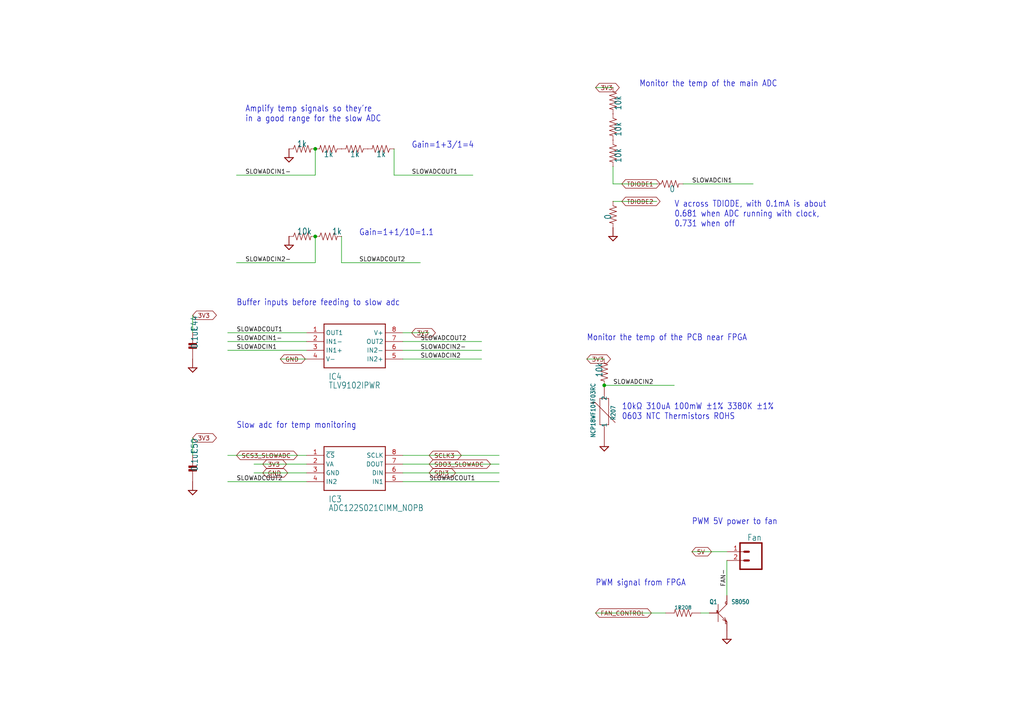
<source format=kicad_sch>
(kicad_sch (version 20250114) (generator "eeschema") (generator_version "9.0")
  (paper "A4")
  (lib_symbols
    (symbol "haasoscope_pro_adc_fpga_board-eagle-import:ADC122S021CIMM_NOPB"
      (property "Reference" "IC" (at 24.13 7.62 0))
      (symbol "ADC122S021CIMM_NOPB_1_0"
        (polyline (pts (xy 5.08 2.54) (xy 5.08 -10.16)) (stroke (width 0.254)))
        (polyline (pts (xy 5.08 2.54) (xy 22.86 2.54)) (stroke (width 0.254)))
        (polyline (pts (xy 22.86 -10.16) (xy 5.08 -10.16)) (stroke (width 0.254)))
        (polyline (pts (xy 22.86 -10.16) (xy 22.86 2.54)) (stroke (width 0.254)))
        (pin input line (at 0 0 0) (length 5.08) (name "~{CS}") (number "1"))
        (pin bidirectional line (at 0 -2.54 0) (length 5.08) (name "VA") (number "2"))
        (pin power_in line (at 0 -5.08 0) (length 5.08) (name "GND") (number "3"))
        (pin input line (at 0 -7.62 0) (length 5.08) (name "IN2") (number "4"))
        (pin input line (at 27.94 0 180) (length 5.08) (name "SCLK") (number "8"))
        (pin output line (at 27.94 -2.54 180) (length 5.08) (name "DOUT") (number "7"))
        (pin input line (at 27.94 -5.08 180) (length 5.08) (name "DIN") (number "6"))
        (pin input line (at 27.94 -7.62 180) (length 5.08) (name "IN1") (number "5"))
      )
    )
    (symbol "haasoscope_pro_adc_fpga_board-eagle-import:CAPACITOR0402_CAP"
      (property "Reference" "C" (at -1.27 -1.27 90))
      (symbol "CAPACITOR0402_CAP_1_0"
        (rectangle (start -1.143 -1.016) (end 1.143 -0.508) (fill (type outline)))
        (rectangle (start -1.143 -2.032) (end 1.143 -1.524) (fill (type outline)))
        (polyline (pts (xy 0 2.54) (xy 0 -0.508)) (stroke (width 0.1524)))
        (polyline (pts (xy 0 -5.08) (xy 0 -1.778)) (stroke (width 0.1524)))
        (pin bidirectional line (at 0 2.54 270) (length 0) (name "1") (number "1"))
        (pin bidirectional line (at 0 -5.08 90) (length 0) (name "2") (number "2"))
      )
    )
    (symbol "haasoscope_pro_adc_fpga_board-eagle-import:M02PTH"
      (property "Reference" "J" (at -2.54 5.842 0))
      (symbol "M02PTH_1_0"
        (polyline (pts (xy -2.54 5.08) (xy -2.54 -2.54)) (stroke (width 0.4064)))
        (polyline (pts (xy -2.54 5.08) (xy 3.81 5.08)) (stroke (width 0.4064)))
        (polyline (pts (xy 1.27 2.54) (xy 2.54 2.54)) (stroke (width 0.6096)))
        (polyline (pts (xy 1.27 0) (xy 2.54 0)) (stroke (width 0.6096)))
        (polyline (pts (xy 3.81 -2.54) (xy -2.54 -2.54)) (stroke (width 0.4064)))
        (polyline (pts (xy 3.81 -2.54) (xy 3.81 5.08)) (stroke (width 0.4064)))
        (pin passive line (at 7.62 2.54 180) (length 5.08) (name "2") (number "2"))
        (pin passive line (at 7.62 0 180) (length 5.08) (name "1") (number "1"))
      )
    )
    (symbol "haasoscope_pro_adc_fpga_board-eagle-import:MF_Passives_RESISTOR_0402"
      (property "Reference" "R" (at 2.54 1.524 0))
      (symbol "MF_Passives_RESISTOR_0402_1_0"
        (polyline (pts (xy -1.016 1.524) (xy 1.016 0.889)) (stroke (width 0.1524)))
        (polyline (pts (xy -1.016 0.254) (xy 1.016 -0.381)) (stroke (width 0.1524)))
        (polyline (pts (xy -1.016 -1.016) (xy 1.016 -1.651)) (stroke (width 0.1524)))
        (polyline (pts (xy -1.016 -2.286) (xy 0 -2.54)) (stroke (width 0.1524)))
        (polyline (pts (xy 0 2.54) (xy 1.016 2.159)) (stroke (width 0.1524)))
        (polyline (pts (xy 1.016 2.159) (xy -1.016 1.524)) (stroke (width 0.1524)))
        (polyline (pts (xy 1.016 0.889) (xy -1.016 0.254)) (stroke (width 0.1524)))
        (polyline (pts (xy 1.016 -0.381) (xy -1.016 -1.016)) (stroke (width 0.1524)))
        (polyline (pts (xy 1.016 -1.651) (xy -1.016 -2.286)) (stroke (width 0.1524)))
        (pin passive line (at 0 5.08 270) (length 2.54) (name "P$1") (number "P$1"))
        (pin passive line (at 0 -5.08 90) (length 2.54) (name "P$2") (number "P$2"))
      )
    )
    (symbol "haasoscope_pro_adc_fpga_board-eagle-import:RESISTOR0402_RES"
      (property "Reference" "R" (at -3.81 1.4986 0))
      (symbol "RESISTOR0402_RES_1_0"
        (polyline (pts (xy -5.08 0) (xy -3.81 0)) (stroke (width 0.127)))
        (polyline (pts (xy -3.81 0) (xy -3.429 1.016)) (stroke (width 0.1524)))
        (polyline (pts (xy -3.429 1.016) (xy -2.794 -1.016)) (stroke (width 0.1524)))
        (polyline (pts (xy -2.794 -1.016) (xy -2.159 1.016)) (stroke (width 0.1524)))
        (polyline (pts (xy -2.159 1.016) (xy -1.524 -1.016)) (stroke (width 0.1524)))
        (polyline (pts (xy -1.524 -1.016) (xy -0.889 1.016)) (stroke (width 0.1524)))
        (polyline (pts (xy -0.889 1.016) (xy -0.254 -1.016)) (stroke (width 0.1524)))
        (polyline (pts (xy -0.254 -1.016) (xy 0.381 1.016)) (stroke (width 0.1524)))
        (polyline (pts (xy 0.381 1.016) (xy 1.016 -1.016)) (stroke (width 0.1524)))
        (polyline (pts (xy 1.016 -1.016) (xy 1.27 0)) (stroke (width 0.1524)))
        (polyline (pts (xy 2.54 0) (xy 1.27 0)) (stroke (width 0.127)))
        (pin passive line (at -5.08 0 0) (length 0) (name "1") (number "1"))
        (pin passive line (at 2.54 0 180) (length 0) (name "2") (number "2"))
      )
    )
    (symbol "haasoscope_pro_adc_fpga_board-eagle-import:SMD-TRANSISTORS-NPN-25V-500MW-S8050(SOT-23)"
      (property "Reference" "Q" (at -2.54 2.54 0))
      (symbol "SMD-TRANSISTORS-NPN-25V-500MW-S8050(SOT-23)_1_0"
        (polyline (pts (xy 0 0) (xy 0 2.54)) (stroke (width 0.1524)))
        (polyline (pts (xy 0 0) (xy 2.54 2.54)) (stroke (width 0.1524)))
        (polyline (pts (xy 0 0) (xy 2.54 -2.54)) (stroke (width 0.1524)))
        (polyline (pts (xy 0 -2.54) (xy 0 0)) (stroke (width 0.1524)))
        (polyline (pts (xy 2.54 -2.54) (xy 1.27 -1.905)) (stroke (width 0.1524)))
        (polyline (pts (xy 2.54 -2.54) (xy 1.905 -1.27)) (stroke (width 0.1524)))
        (text "B" (at -0.635 0 0) (effects (font (size 0.635 0.5397)) (justify left bottom)))
        (text "C" (at 1.905 2.54 0) (effects (font (size 0.635 0.5397)) (justify left bottom)))
        (text "E" (at 1.905 -3.175 0) (effects (font (size 0.635 0.5397)) (justify left bottom)))
        (pin passive line (at -2.54 0 0) (length 2.54) (name "B") (number "1"))
        (pin passive line (at 2.54 5.08 270) (length 2.54) (name "C") (number "3"))
        (pin passive line (at 2.54 -5.08 90) (length 2.54) (name "E") (number "2"))
      )
    )
    (symbol "haasoscope_pro_adc_fpga_board-eagle-import:THERMISTOR-RES-NTC-100K(0603)"
      (property "Reference" "R" (at -6.35 2.54 0))
      (symbol "THERMISTOR-RES-NTC-100K(0603)_1_0"
        (polyline (pts (xy -5.08 0) (xy -3.81 0)) (stroke (width 0.1524)))
        (polyline (pts (xy -3.81 1.27) (xy 3.81 1.27)) (stroke (width 0.1524)))
        (polyline (pts (xy -3.81 0) (xy -3.81 1.27)) (stroke (width 0.1524)))
        (polyline (pts (xy -3.81 -1.27) (xy -3.81 0)) (stroke (width 0.1524)))
        (polyline (pts (xy 2.54 3.81) (xy 2.54 2.54)) (stroke (width 0.1524)))
        (polyline (pts (xy 2.54 2.54) (xy -3.175 -3.175)) (stroke (width 0.1524)))
        (polyline (pts (xy 3.81 1.27) (xy 3.81 0)) (stroke (width 0.1524)))
        (polyline (pts (xy 3.81 0) (xy 3.81 -1.27)) (stroke (width 0.1524)))
        (polyline (pts (xy 3.81 -1.27) (xy -3.81 -1.27)) (stroke (width 0.1524)))
        (polyline (pts (xy 5.08 0) (xy 3.81 0)) (stroke (width 0.1524)))
        (pin bidirectional line (at -7.62 0 0) (length 2.54) (name "1") (number "1"))
        (pin bidirectional line (at 7.62 0 180) (length 2.54) (name "2") (number "2"))
      )
    )
    (symbol "haasoscope_pro_adc_fpga_board-eagle-import:TLV9102IPWR"
      (property "Reference" "IC" (at 24.13 7.62 0))
      (symbol "TLV9102IPWR_1_0"
        (polyline (pts (xy 5.08 2.54) (xy 5.08 -10.16)) (stroke (width 0.254)))
        (polyline (pts (xy 5.08 2.54) (xy 22.86 2.54)) (stroke (width 0.254)))
        (polyline (pts (xy 22.86 -10.16) (xy 5.08 -10.16)) (stroke (width 0.254)))
        (polyline (pts (xy 22.86 -10.16) (xy 22.86 2.54)) (stroke (width 0.254)))
        (pin bidirectional line (at 0 0 0) (length 5.08) (name "OUT1") (number "1"))
        (pin bidirectional line (at 0 -2.54 0) (length 5.08) (name "IN1-") (number "2"))
        (pin bidirectional line (at 0 -5.08 0) (length 5.08) (name "IN1+") (number "3"))
        (pin bidirectional line (at 0 -7.62 0) (length 5.08) (name "V-") (number "4"))
        (pin bidirectional line (at 27.94 0 180) (length 5.08) (name "V+") (number "8"))
        (pin bidirectional line (at 27.94 -2.54 180) (length 5.08) (name "OUT2") (number "7"))
        (pin bidirectional line (at 27.94 -5.08 180) (length 5.08) (name "IN2-") (number "6"))
        (pin bidirectional line (at 27.94 -7.62 180) (length 5.08) (name "IN2+") (number "5"))
      )
    )
    (symbol "haasoscope_pro_adc_fpga_board-eagle-import:supply2_GND" (power)
      (symbol "supply2_GND_1_0"
        (polyline (pts (xy -1.27 0) (xy 1.27 0)) (stroke (width 0.254)))
        (polyline (pts (xy 0 -1.27) (xy -1.27 0)) (stroke (width 0.254)))
        (polyline (pts (xy 1.27 0) (xy 0 -1.27)) (stroke (width 0.254)))
        (pin power_in line (at 0 2.54 270) (length 2.54) (name "GND") (number "1"))
      )
    )
  )
  (text "V across TDIODE, with 0.1mA is about\n0.681 when ADC running with clock,\n0.731 when off" (at 195.58 66.04 0) (effects (font (size 1.778 1.5113)) (justify left bottom)))
  (text "Slow adc for temp monitoring" (at 68.58 124.46 0) (effects (font (size 1.778 1.5113)) (justify left bottom)))
  (text "Monitor the temp of the PCB near FPGA" (at 170.18 99.06 0) (effects (font (size 1.778 1.5113)) (justify left bottom)))
  (text "PWM signal from FPGA" (at 172.72 170.18 0) (effects (font (size 1.778 1.5113)) (justify left bottom)))
  (text "Buffer inputs before feeding to slow adc" (at 68.58 88.9 0) (effects (font (size 1.778 1.5113)) (justify left bottom)))
  (text "10kΩ 310uA 100mW ±1% 3380K ±1%\n0603 NTC Thermistors ROHS" (at 180.34 121.92 0) (effects (font (size 1.778 1.5113)) (justify left bottom)))
  (text "Monitor the temp of the main ADC" (at 185.42 25.4 0) (effects (font (size 1.778 1.5113)) (justify left bottom)))
  (text "PWM 5V power to fan" (at 200.66 152.4 0) (effects (font (size 1.778 1.5113)) (justify left bottom)))
  (text "Gain=1+3/1=4" (at 119.38 43.18 0) (effects (font (size 1.778 1.5113)) (justify left bottom)))
  (text "Gain=1+1/10=1.1" (at 104.14 68.58 0) (effects (font (size 1.778 1.5113)) (justify left bottom)))
  (text "Amplify temp signals so they're\nin a good range for the slow ADC" (at 71.12 35.56 0) (effects (font (size 1.778 1.5113)) (justify left bottom)))
  (junction (at 91.44 68.58))
  (junction (at 175.26 111.76))
  (junction (at 91.44 43.18))
  (wire (pts (xy 139.7 104.14) (xy 116.84 104.14)) (stroke (width 0.1524)))
  (wire (pts (xy 203.2 177.8) (xy 205.74 177.8)) (stroke (width 0.1524)))
  (wire (pts (xy 116.84 99.06) (xy 139.7 99.06)) (stroke (width 0.1524)))
  (wire (pts (xy 88.9 137.16) (xy 73.66 137.16)) (stroke (width 0.1524)))
  (wire (pts (xy 172.72 25.4) (xy 177.8 25.4)) (stroke (width 0.1524)))
  (wire (pts (xy 177.8 58.42) (xy 190.5 58.42)) (stroke (width 0.1524)))
  (wire (pts (xy 210.82 160.02) (xy 200.66 160.02)) (stroke (width 0.1524)))
  (wire (pts (xy 114.3 50.8) (xy 137.16 50.8)) (stroke (width 0.1524)))
  (wire (pts (xy 88.9 134.62) (xy 73.66 134.62)) (stroke (width 0.1524)))
  (wire (pts (xy 198.12 53.34) (xy 218.44 53.34)) (stroke (width 0.1524)))
  (wire (pts (xy 210.82 162.56) (xy 210.82 172.72)) (stroke (width 0.1524)))
  (wire (pts (xy 175.26 104.14) (xy 170.18 104.14)) (stroke (width 0.1524)))
  (wire (pts (xy 91.44 50.8) (xy 68.58 50.8)) (stroke (width 0.1524)))
  (wire (pts (xy 177.8 53.34) (xy 190.5 53.34)) (stroke (width 0.1524)))
  (wire (pts (xy 91.44 68.58) (xy 91.44 76.2)) (stroke (width 0.1524)))
  (wire (pts (xy 91.44 43.18) (xy 91.44 50.8)) (stroke (width 0.1524)))
  (wire (pts (xy 116.84 139.7) (xy 144.78 139.7)) (stroke (width 0.1524)))
  (wire (pts (xy 114.3 50.8) (xy 114.3 43.18)) (stroke (width 0.1524)))
  (wire (pts (xy 88.9 99.06) (xy 66.04 99.06)) (stroke (width 0.1524)))
  (wire (pts (xy 88.9 132.08) (xy 66.04 132.08)) (stroke (width 0.1524)))
  (wire (pts (xy 55.88 132.08) (xy 55.88 127)) (stroke (width 0.1524)))
  (wire (pts (xy 88.9 101.6) (xy 66.04 101.6)) (stroke (width 0.1524)))
  (wire (pts (xy 99.06 68.58) (xy 99.06 76.2)) (stroke (width 0.1524)))
  (wire (pts (xy 91.44 76.2) (xy 68.58 76.2)) (stroke (width 0.1524)))
  (wire (pts (xy 88.9 104.14) (xy 81.28 104.14)) (stroke (width 0.1524)))
  (wire (pts (xy 116.84 132.08) (xy 144.78 132.08)) (stroke (width 0.1524)))
  (wire (pts (xy 88.9 96.52) (xy 66.04 96.52)) (stroke (width 0.1524)))
  (wire (pts (xy 177.8 53.34) (xy 177.8 48.26)) (stroke (width 0.1524)))
  (wire (pts (xy 124.46 96.52) (xy 116.84 96.52)) (stroke (width 0.1524)))
  (wire (pts (xy 116.84 137.16) (xy 144.78 137.16)) (stroke (width 0.1524)))
  (wire (pts (xy 88.9 139.7) (xy 66.04 139.7)) (stroke (width 0.1524)))
  (wire (pts (xy 116.84 101.6) (xy 139.7 101.6)) (stroke (width 0.1524)))
  (wire (pts (xy 175.26 111.76) (xy 195.58 111.76)) (stroke (width 0.1524)))
  (wire (pts (xy 99.06 76.2) (xy 121.92 76.2)) (stroke (width 0.1524)))
  (wire (pts (xy 116.84 134.62) (xy 144.78 134.62)) (stroke (width 0.1524)))
  (wire (pts (xy 55.88 96.52) (xy 55.88 91.44)) (stroke (width 0.1524)))
  (wire (pts (xy 193.04 177.8) (xy 172.72 177.8)) (stroke (width 0.1524)))
  (label "SLOWADCIN2" (at 121.92 104.14 0) (effects (font (size 1.2446 1.2446))))
  (label "SLOWADCIN1" (at 200.66 53.34 0) (effects (font (size 1.2446 1.2446))))
  (label "SLOWADCOUT2" (at 121.92 99.06 0) (effects (font (size 1.2446 1.2446))))
  (label "SLOWADCOUT1" (at 68.58 96.52 0) (effects (font (size 1.2446 1.2446))))
  (label "SLOWADCIN1-" (at 68.58 99.06 0) (effects (font (size 1.2446 1.2446))))
  (label "SLOWADCIN2-" (at 71.12 76.2 0) (effects (font (size 1.2446 1.2446))))
  (label "SLOWADCOUT2" (at 68.58 139.7 0) (effects (font (size 1.2446 1.2446))))
  (label "SLOWADCIN1-" (at 71.12 50.8 0) (effects (font (size 1.2446 1.2446))))
  (label "SLOWADCIN2" (at 177.8 111.76 0) (effects (font (size 1.2446 1.2446))))
  (label "SLOWADCIN2-" (at 121.92 101.6 0) (effects (font (size 1.2446 1.2446))))
  (label "SLOWADCOUT1" (at 119.38 50.8 0) (effects (font (size 1.2446 1.2446))))
  (label "FAN-" (at 210.82 170.18 90) (effects (font (size 1.2446 1.2446))))
  (label "SLOWADCIN1" (at 68.58 101.6 0) (effects (font (size 1.2446 1.2446))))
  (label "SLOWADCOUT2" (at 104.14 76.2 0) (effects (font (size 1.2446 1.2446))))
  (label "SLOWADCOUT1" (at 124.46 139.7 0) (effects (font (size 1.2446 1.2446))))
  (global_label "TDIODE2" (shape bidirectional) (at 180.34 58.42 0) (effects (font (size 1.2446 1.2446))) (property "Intersheetrefs" "${INTERSHEET_REFS}" (effects (hide yes))))
  (global_label "3V3" (shape bidirectional) (at 55.88 127 0) (effects (font (size 1.2446 1.2446))) (property "Intersheetrefs" "${INTERSHEET_REFS}" (effects (hide yes))))
  (global_label "3V3" (shape bidirectional) (at 119.38 96.52 0) (effects (font (size 1.2446 1.2446))) (property "Intersheetrefs" "${INTERSHEET_REFS}" (effects (hide yes))))
  (global_label "3V3" (shape bidirectional) (at 76.2 134.62 0) (effects (font (size 1.2446 1.2446))) (property "Intersheetrefs" "${INTERSHEET_REFS}" (effects (hide yes))))
  (global_label "3V3" (shape bidirectional) (at 170.18 104.14 0) (effects (font (size 1.2446 1.2446))) (property "Intersheetrefs" "${INTERSHEET_REFS}" (effects (hide yes))))
  (global_label "5V" (shape bidirectional) (at 200.66 160.02 0) (effects (font (size 1.2446 1.2446))) (property "Intersheetrefs" "${INTERSHEET_REFS}" (effects (hide yes))))
  (global_label "TDIODE1" (shape bidirectional) (at 180.34 53.34 0) (effects (font (size 1.2446 1.2446))) (property "Intersheetrefs" "${INTERSHEET_REFS}" (effects (hide yes))))
  (global_label "SCS3_SLOWADC" (shape bidirectional) (at 68.58 132.08 0) (effects (font (size 1.2446 1.2446))) (property "Intersheetrefs" "${INTERSHEET_REFS}" (effects (hide yes))))
  (global_label "GND" (shape bidirectional) (at 76.2 137.16 0) (effects (font (size 1.2446 1.2446))) (property "Intersheetrefs" "${INTERSHEET_REFS}" (effects (hide yes))))
  (global_label "SCLK3" (shape bidirectional) (at 124.46 132.08 0) (effects (font (size 1.2446 1.2446))) (property "Intersheetrefs" "${INTERSHEET_REFS}" (effects (hide yes))))
  (global_label "3V3" (shape bidirectional) (at 172.72 25.4 0) (effects (font (size 1.2446 1.2446))) (property "Intersheetrefs" "${INTERSHEET_REFS}" (effects (hide yes))))
  (global_label "FAN_CONTROL" (shape bidirectional) (at 172.72 177.8 0) (effects (font (size 1.2446 1.2446))) (property "Intersheetrefs" "${INTERSHEET_REFS}" (effects (hide yes))))
  (global_label "SDO3_SLOWADC" (shape bidirectional) (at 124.46 134.62 0) (effects (font (size 1.2446 1.2446))) (property "Intersheetrefs" "${INTERSHEET_REFS}" (effects (hide yes))))
  (global_label "SDI3" (shape bidirectional) (at 124.46 137.16 0) (effects (font (size 1.2446 1.2446))) (property "Intersheetrefs" "${INTERSHEET_REFS}" (effects (hide yes))))
  (global_label "3V3" (shape bidirectional) (at 55.88 91.44 0) (effects (font (size 1.2446 1.2446))) (property "Intersheetrefs" "${INTERSHEET_REFS}" (effects (hide yes))))
  (global_label "GND" (shape bidirectional) (at 81.28 104.14 0) (effects (font (size 1.2446 1.2446))) (property "Intersheetrefs" "${INTERSHEET_REFS}" (effects (hide yes))))
  (symbol (lib_id "haasoscope_pro_adc_fpga_board-eagle-import:RESISTOR0402_RES") (at 195.58 53.34 0) (unit 1)
    (property "Reference" "R129" (effects (hide yes)))
    (property "Value" "0" (at 195.834 53.848 0) (effects (font (size 1.778 1.5113)) (justify right top)))
    (property "Footprint" "haasoscope_pro_adc_fpga_board:0402_RES" (effects (hide yes)))
  )
  (symbol (lib_id "haasoscope_pro_adc_fpga_board-eagle-import:RESISTOR0402_RES") (at 177.8 63.5 270) (unit 1)
    (property "Reference" "R128" (effects (hide yes)))
    (property "Value" "0" (at 177.292 63.754 0) (effects (font (size 1.778 1.5113)) (justify right top)))
    (property "Footprint" "haasoscope_pro_adc_fpga_board:0402_RES" (effects (hide yes)))
  )
  (symbol (lib_id "haasoscope_pro_adc_fpga_board-eagle-import:ADC122S021CIMM_NOPB") (at 88.9 132.08 0) (unit 1)
    (property "Reference" "IC3" (at 95.25 144.78 0) (effects (font (size 1.778 1.5113)) (justify left)))
    (property "Value" "ADC122S021CIMM_NOPB" (at 95.25 147.32 0) (effects (font (size 1.778 1.5113)) (justify left)))
    (property "Footprint" "haasoscope_pro_adc_fpga_board:SOP65P490X110-8N" (effects (hide yes)))
  )
  (symbol (lib_id "haasoscope_pro_adc_fpga_board-eagle-import:M02PTH") (at 218.44 160.02 180) (unit 1)
    (property "Reference" "JST_FAN0" (effects (hide yes)))
    (property "Value" "Fan" (at 220.98 154.94 0) (effects (font (size 1.778 1.5113)) (justify left bottom)))
    (property "Footprint" "haasoscope_pro_adc_fpga_board:1X02" (effects (hide yes)))
  )
  (symbol (lib_id "haasoscope_pro_adc_fpga_board-eagle-import:RESISTOR0402_RES") (at 175.26 109.22 270) (unit 1)
    (property "Reference" "R130" (effects (hide yes)))
    (property "Value" "10k" (at 174.752 109.474 0) (effects (font (size 1.778 1.5113)) (justify right top)))
    (property "Footprint" "haasoscope_pro_adc_fpga_board:0402_RES" (effects (hide yes)))
  )
  (symbol (lib_id "haasoscope_pro_adc_fpga_board-eagle-import:RESISTOR0402_RES") (at 177.8 30.48 270) (unit 1)
    (property "Reference" "R127" (effects (hide yes)))
    (property "Value" "10k" (at 178.308 27.686 0) (effects (font (size 1.778 1.5113)) (justify left bottom)))
    (property "Footprint" "haasoscope_pro_adc_fpga_board:0402_RES" (effects (hide yes)))
  )
  (symbol (lib_id "haasoscope_pro_adc_fpga_board-eagle-import:supply2_GND") (at 55.88 106.68 0) (unit 1)
    (property "Reference" "#SUPPLY061" (effects (hide yes)))
    (property "Value" "GND" (effects (hide yes)))
  )
  (symbol (lib_id "haasoscope_pro_adc_fpga_board-eagle-import:RESISTOR0402_RES") (at 177.8 45.72 270) (unit 1)
    (property "Reference" "R198" (effects (hide yes)))
    (property "Value" "10k" (at 178.308 42.926 0) (effects (font (size 1.778 1.5113)) (justify left bottom)))
    (property "Footprint" "haasoscope_pro_adc_fpga_board:0402_RES" (effects (hide yes)))
  )
  (symbol (lib_id "haasoscope_pro_adc_fpga_board-eagle-import:supply2_GND") (at 177.8 68.58 0) (unit 1)
    (property "Reference" "#SUPPLY01" (effects (hide yes)))
    (property "Value" "GND" (effects (hide yes)))
  )
  (symbol (lib_id "haasoscope_pro_adc_fpga_board-eagle-import:THERMISTOR-RES-NTC-100K(0603)") (at 175.26 119.38 90) (unit 1)
    (property "Reference" "R207" (at 178.562 121.92 0) (effects (font (size 1.27 1.0795)) (justify left bottom)))
    (property "Value" "NCP18WF104F03RC" (at 172.72 127 0) (effects (font (size 1.27 1.0795)) (justify left bottom)))
    (property "Footprint" "haasoscope_pro_adc_fpga_board:R0603" (effects (hide yes)))
    (property "LCSC" "C13564" (effects (hide yes)))
    (property "MPN" "NCP18XH103F03RB" (effects (hide yes)))
  )
  (symbol (lib_id "haasoscope_pro_adc_fpga_board-eagle-import:supply2_GND") (at 175.26 129.54 0) (unit 1)
    (property "Reference" "#SUPPLY07" (effects (hide yes)))
    (property "Value" "GND" (effects (hide yes)))
  )
  (symbol (lib_id "haasoscope_pro_adc_fpga_board-eagle-import:supply2_GND") (at 55.88 142.24 0) (unit 1)
    (property "Reference" "#SUPPLY04" (effects (hide yes)))
    (property "Value" "GND" (effects (hide yes)))
  )
  (symbol (lib_id "haasoscope_pro_adc_fpga_board-eagle-import:supply2_GND") (at 83.82 71.12 0) (unit 1)
    (property "Reference" "#SUPPLY03" (effects (hide yes)))
    (property "Value" "GND" (effects (hide yes)))
  )
  (symbol (lib_id "haasoscope_pro_adc_fpga_board-eagle-import:MF_Passives_RESISTOR_0402") (at 198.12 177.8 270) (unit 1)
    (property "Reference" "R208" (at 200.66 176.784 90) (effects (font (size 1.016 1.016)) (justify right bottom)))
    (property "Value" "1k" (at 195.58 176.784 90) (effects (font (size 1.016 1.016)) (justify left bottom)))
    (property "Footprint" "haasoscope_pro_adc_fpga_board:R0402" (effects (hide yes)))
  )
  (symbol (lib_id "haasoscope_pro_adc_fpga_board-eagle-import:RESISTOR0402_RES") (at 177.8 38.1 270) (unit 1)
    (property "Reference" "R186" (effects (hide yes)))
    (property "Value" "10k" (at 178.308 35.306 0) (effects (font (size 1.778 1.5113)) (justify left bottom)))
    (property "Footprint" "haasoscope_pro_adc_fpga_board:0402_RES" (effects (hide yes)))
  )
  (symbol (lib_id "haasoscope_pro_adc_fpga_board-eagle-import:RESISTOR0402_RES") (at 109.22 43.18 180) (unit 1)
    (property "Reference" "R122" (effects (hide yes)))
    (property "Value" "1k" (at 112.014 43.688 0) (effects (font (size 1.778 1.5113)) (justify left bottom)))
    (property "Footprint" "haasoscope_pro_adc_fpga_board:0402_RES" (effects (hide yes)))
  )
  (symbol (lib_id "haasoscope_pro_adc_fpga_board-eagle-import:SMD-TRANSISTORS-NPN-25V-500MW-S8050(SOT-23)") (at 208.28 177.8 0) (unit 1)
    (property "Reference" "Q1" (at 205.74 175.26 0) (effects (font (size 1.27 1.0795)) (justify left bottom)))
    (property "Value" "S8050" (at 212.09 175.26 0) (effects (font (size 1.27 1.0795)) (justify left bottom)))
    (property "Footprint" "haasoscope_pro_adc_fpga_board:SOT-23" (effects (hide yes)))
    (property "LCSC" "C7420370" (effects (hide yes)))
  )
  (symbol (lib_id "haasoscope_pro_adc_fpga_board-eagle-import:TLV9102IPWR") (at 88.9 96.52 0) (unit 1)
    (property "Reference" "IC4" (at 95.25 109.22 0) (effects (font (size 1.778 1.5113)) (justify left)))
    (property "Value" "TLV9102IPWR" (at 95.25 111.76 0) (effects (font (size 1.778 1.5113)) (justify left)))
    (property "Footprint" "haasoscope_pro_adc_fpga_board:SOP65P640X120-8N" (effects (hide yes)))
  )
  (symbol (lib_id "haasoscope_pro_adc_fpga_board-eagle-import:RESISTOR0402_RES") (at 93.98 43.18 180) (unit 1)
    (property "Reference" "R203" (effects (hide yes)))
    (property "Value" "1k" (at 96.774 43.688 0) (effects (font (size 1.778 1.5113)) (justify left bottom)))
    (property "Footprint" "haasoscope_pro_adc_fpga_board:0402_RES" (effects (hide yes)))
  )
  (symbol (lib_id "haasoscope_pro_adc_fpga_board-eagle-import:RESISTOR0402_RES") (at 88.9 68.58 0) (unit 1)
    (property "Reference" "R125" (effects (hide yes)))
    (property "Value" "10k" (at 86.106 68.072 0) (effects (font (size 1.778 1.5113)) (justify left bottom)))
    (property "Footprint" "haasoscope_pro_adc_fpga_board:0402_RES" (effects (hide yes)))
  )
  (symbol (lib_id "haasoscope_pro_adc_fpga_board-eagle-import:CAPACITOR0402_CAP") (at 55.88 134.62 0) (unit 1)
    (property "Reference" "C50" (at 57.404 131.699 90) (effects (font (size 1.778 1.5113)) (justify left bottom)))
    (property "Value" "0.1uF" (at 57.404 136.779 90) (effects (font (size 1.778 1.5113)) (justify left bottom)))
    (property "Footprint" "haasoscope_pro_adc_fpga_board:0402_CAP" (effects (hide yes)))
  )
  (symbol (lib_id "haasoscope_pro_adc_fpga_board-eagle-import:CAPACITOR0402_CAP") (at 55.88 99.06 0) (unit 1)
    (property "Reference" "C44" (at 57.404 96.139 90) (effects (font (size 1.778 1.5113)) (justify left bottom)))
    (property "Value" "0.1uF" (at 57.404 101.219 90) (effects (font (size 1.778 1.5113)) (justify left bottom)))
    (property "Footprint" "haasoscope_pro_adc_fpga_board:0402_CAP" (effects (hide yes)))
  )
  (symbol (lib_id "haasoscope_pro_adc_fpga_board-eagle-import:RESISTOR0402_RES") (at 88.9 43.18 0) (unit 1)
    (property "Reference" "R124" (effects (hide yes)))
    (property "Value" "1k" (at 86.106 42.672 0) (effects (font (size 1.778 1.5113)) (justify left bottom)))
    (property "Footprint" "haasoscope_pro_adc_fpga_board:0402_RES" (effects (hide yes)))
  )
  (symbol (lib_id "haasoscope_pro_adc_fpga_board-eagle-import:supply2_GND") (at 210.82 185.42 0) (unit 1)
    (property "Reference" "#SUPPLY08" (effects (hide yes)))
    (property "Value" "GND" (effects (hide yes)))
  )
  (symbol (lib_id "haasoscope_pro_adc_fpga_board-eagle-import:RESISTOR0402_RES") (at 96.52 68.58 0) (unit 1)
    (property "Reference" "R126" (effects (hide yes)))
    (property "Value" "1k" (at 96.266 68.072 0) (effects (font (size 1.778 1.5113)) (justify left bottom)))
    (property "Footprint" "haasoscope_pro_adc_fpga_board:0402_RES" (effects (hide yes)))
  )
  (symbol (lib_id "haasoscope_pro_adc_fpga_board-eagle-import:supply2_GND") (at 83.82 45.72 0) (unit 1)
    (property "Reference" "#SUPPLY02" (effects (hide yes)))
    (property "Value" "GND" (effects (hide yes)))
  )
  (symbol (lib_id "haasoscope_pro_adc_fpga_board-eagle-import:RESISTOR0402_RES") (at 101.6 43.18 180) (unit 1)
    (property "Reference" "R202" (effects (hide yes)))
    (property "Value" "1k" (at 104.394 43.688 0) (effects (font (size 1.778 1.5113)) (justify left bottom)))
    (property "Footprint" "haasoscope_pro_adc_fpga_board:0402_RES" (effects (hide yes)))
  )
)
</source>
